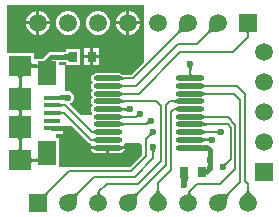
<source format=gtl>
G04*
G04 #@! TF.GenerationSoftware,Altium Limited,Altium Designer,22.4.2 (48)*
G04*
G04 Layer_Physical_Order=1*
G04 Layer_Color=255*
%FSLAX25Y25*%
%MOIN*%
G70*
G04*
G04 #@! TF.SameCoordinates,F7E3B1D8-2F66-413B-9CB6-F982D94F727F*
G04*
G04*
G04 #@! TF.FilePolarity,Positive*
G04*
G01*
G75*
%ADD12C,0.00787*%
%ADD13C,0.01000*%
%ADD14R,0.03150X0.03740*%
%ADD15O,0.09449X0.01772*%
%ADD16R,0.07480X0.07480*%
%ADD17R,0.05315X0.01575*%
%ADD18R,0.06299X0.08268*%
%ADD19R,0.07480X0.07087*%
%ADD29C,0.01968*%
%ADD30C,0.01575*%
%ADD31C,0.01181*%
%ADD32C,0.01496*%
%ADD33R,0.05906X0.05906*%
%ADD34C,0.05906*%
%ADD35R,0.05906X0.05906*%
%ADD36C,0.02362*%
G36*
X71781Y64449D02*
X71330Y64447D01*
X70526Y64401D01*
X70175Y64357D01*
X69857Y64299D01*
X69572Y64227D01*
X69321Y64141D01*
X69103Y64042D01*
X68918Y63929D01*
X68767Y63801D01*
X68211Y64358D01*
X68338Y64509D01*
X68451Y64693D01*
X68551Y64911D01*
X68637Y65162D01*
X68708Y65447D01*
X68766Y65765D01*
X68810Y66117D01*
X68856Y66920D01*
X68858Y67372D01*
X71781Y64449D01*
D02*
G37*
G36*
X61782D02*
X61330Y64447D01*
X60526Y64401D01*
X60175Y64357D01*
X59856Y64299D01*
X59572Y64227D01*
X59321Y64141D01*
X59103Y64042D01*
X58918Y63929D01*
X58767Y63801D01*
X58211Y64358D01*
X58338Y64509D01*
X58451Y64693D01*
X58551Y64911D01*
X58636Y65162D01*
X58708Y65447D01*
X58766Y65765D01*
X58810Y66117D01*
X58856Y66920D01*
X58858Y67372D01*
X61782Y64449D01*
D02*
G37*
G36*
X82524Y64453D02*
X82457Y64429D01*
X82398Y64390D01*
X82346Y64335D01*
X82303Y64264D01*
X82268Y64177D01*
X82240Y64075D01*
X82221Y63957D01*
X82209Y63823D01*
X82205Y63673D01*
X81417D01*
X81413Y63823D01*
X81402Y63957D01*
X81382Y64075D01*
X81354Y64177D01*
X81319Y64264D01*
X81276Y64335D01*
X81224Y64390D01*
X81165Y64429D01*
X81098Y64453D01*
X81024Y64461D01*
X82598D01*
X82524Y64453D01*
D02*
G37*
G36*
X22059Y54528D02*
X22043Y54677D01*
X21996Y54811D01*
X21917Y54929D01*
X21807Y55032D01*
X21666Y55118D01*
X21492Y55189D01*
X21288Y55244D01*
X21051Y55283D01*
X20784Y55307D01*
X20484Y55315D01*
Y56890D01*
X20784Y56898D01*
X21051Y56921D01*
X21288Y56961D01*
X21492Y57016D01*
X21666Y57087D01*
X21807Y57173D01*
X21917Y57276D01*
X21996Y57394D01*
X22043Y57528D01*
X22059Y57677D01*
Y54528D01*
D02*
G37*
G36*
X11626Y52150D02*
X11616Y52245D01*
X11586Y52330D01*
X11536Y52405D01*
X11466Y52470D01*
X11376Y52525D01*
X11266Y52570D01*
X11136Y52605D01*
X10986Y52630D01*
X10816Y52645D01*
X10630Y52649D01*
X10441Y52645D01*
X10269Y52630D01*
X10118Y52605D01*
X9986Y52570D01*
X9875Y52525D01*
X9784Y52470D01*
X9713Y52405D01*
X9662Y52330D01*
X9632Y52245D01*
X9622Y52150D01*
Y54150D01*
X9632Y54055D01*
X9662Y53970D01*
X9713Y53895D01*
X9784Y53830D01*
X9875Y53775D01*
X9986Y53730D01*
X10118Y53695D01*
X10269Y53670D01*
X10441Y53655D01*
X10630Y53650D01*
X10816Y53655D01*
X10986Y53670D01*
X11136Y53695D01*
X11266Y53730D01*
X11376Y53775D01*
X11466Y53830D01*
X11536Y53895D01*
X11586Y53970D01*
X11616Y54055D01*
X11626Y54150D01*
Y52150D01*
D02*
G37*
G36*
X47047Y73228D02*
Y54341D01*
X42903Y50197D01*
X39975D01*
X39531Y50494D01*
X38878Y50623D01*
X31201D01*
X30548Y50494D01*
X29994Y50124D01*
X29625Y49570D01*
X29495Y48917D01*
X29625Y48265D01*
X29994Y47711D01*
Y47565D01*
X29625Y47011D01*
X29495Y46358D01*
X29625Y45705D01*
X29994Y45152D01*
Y45006D01*
X29625Y44452D01*
X29495Y43799D01*
X29625Y43146D01*
X29994Y42593D01*
Y42447D01*
X29625Y41893D01*
X29495Y41240D01*
X29625Y40587D01*
X29994Y40034D01*
Y39887D01*
X29625Y39334D01*
X29495Y38681D01*
X29625Y38028D01*
X29784Y37789D01*
X29961Y37402D01*
X29784Y37014D01*
X29625Y36775D01*
X29593Y36614D01*
X26014D01*
X22530Y40098D01*
X22627Y40589D01*
X22897Y40701D01*
X23511Y41314D01*
X23843Y42116D01*
Y42983D01*
X23511Y43785D01*
X22897Y44399D01*
X22095Y44731D01*
X21228D01*
X21183Y44712D01*
X20768Y44990D01*
Y53150D01*
X20669Y53248D01*
X18701D01*
Y54497D01*
X20834D01*
X20950Y54487D01*
X21117Y54459D01*
X21235Y54427D01*
X21260Y54417D01*
Y53445D01*
X25984D01*
Y58760D01*
X21260D01*
Y57788D01*
X21235Y57778D01*
X21117Y57746D01*
X20950Y57718D01*
X20834Y57708D01*
X16240D01*
X16240Y57708D01*
X15626Y57586D01*
X15105Y57238D01*
X13825Y55958D01*
X13527Y55512D01*
X10827D01*
X10433Y55768D01*
Y57480D01*
X1378D01*
X1378Y57980D01*
Y73425D01*
X46850D01*
X47047Y73228D01*
D02*
G37*
G36*
X63343Y52712D02*
X63269Y52623D01*
X63204Y52532D01*
X63148Y52438D01*
X63100Y52341D01*
X63061Y52242D01*
X63031Y52140D01*
X63010Y52036D01*
X62997Y51929D01*
X62992Y51819D01*
X62205D01*
X62200Y51929D01*
X62187Y52036D01*
X62166Y52140D01*
X62135Y52242D01*
X62097Y52341D01*
X62049Y52438D01*
X61993Y52532D01*
X61928Y52623D01*
X61854Y52712D01*
X61772Y52798D01*
X63425D01*
X63343Y52712D01*
D02*
G37*
G36*
X62996Y50444D02*
X63008Y50308D01*
X63028Y50188D01*
X63055Y50084D01*
X63090Y49996D01*
X63134Y49924D01*
X63185Y49868D01*
X63244Y49828D01*
X63311Y49804D01*
X63386Y49796D01*
X61811D01*
X61886Y49804D01*
X61953Y49828D01*
X62012Y49868D01*
X62063Y49924D01*
X62106Y49996D01*
X62142Y50084D01*
X62169Y50188D01*
X62189Y50308D01*
X62201Y50444D01*
X62205Y50596D01*
X62992D01*
X62996Y50444D01*
D02*
G37*
G36*
X6810Y49620D02*
X6725Y49590D01*
X6650Y49539D01*
X6585Y49468D01*
X6531Y49377D01*
X6486Y49266D01*
X6451Y49134D01*
X6425Y48983D01*
X6410Y48811D01*
X6406Y48618D01*
X5406D01*
X5401Y48811D01*
X5385Y48983D01*
X5361Y49134D01*
X5325Y49266D01*
X5280Y49377D01*
X5226Y49468D01*
X5161Y49539D01*
X5085Y49590D01*
X5001Y49620D01*
X4905Y49630D01*
X6905D01*
X6810Y49620D01*
D02*
G37*
G36*
X39278Y49622D02*
X39313Y49557D01*
X39373Y49499D01*
X39456Y49449D01*
X39563Y49407D01*
X39693Y49372D01*
X39848Y49346D01*
X40026Y49326D01*
X40453Y49311D01*
Y48524D01*
X40228Y48520D01*
X39848Y48489D01*
X39693Y48462D01*
X39563Y48428D01*
X39456Y48386D01*
X39373Y48336D01*
X39313Y48278D01*
X39278Y48213D01*
X39266Y48140D01*
Y49695D01*
X39278Y49622D01*
D02*
G37*
G36*
X6410Y46662D02*
X6425Y46490D01*
X6451Y46338D01*
X6486Y46207D01*
X6531Y46095D01*
X6585Y46004D01*
X6650Y45933D01*
X6725Y45883D01*
X6810Y45852D01*
X6905Y45842D01*
X4905D01*
X5001Y45852D01*
X5085Y45883D01*
X5161Y45933D01*
X5226Y46004D01*
X5280Y46095D01*
X5325Y46207D01*
X5361Y46338D01*
X5385Y46490D01*
X5401Y46662D01*
X5406Y46854D01*
X6406D01*
X6410Y46662D01*
D02*
G37*
G36*
X66837Y47063D02*
X66872Y46997D01*
X66932Y46940D01*
X67015Y46890D01*
X67122Y46848D01*
X67252Y46813D01*
X67407Y46786D01*
X67585Y46767D01*
X68012Y46752D01*
Y45965D01*
X67787Y45961D01*
X67407Y45930D01*
X67252Y45903D01*
X67122Y45869D01*
X67015Y45826D01*
X66932Y45777D01*
X66872Y45719D01*
X66837Y45654D01*
X66825Y45581D01*
Y47136D01*
X66837Y47063D01*
D02*
G37*
G36*
X39278D02*
X39313Y46997D01*
X39373Y46940D01*
X39456Y46890D01*
X39563Y46848D01*
X39693Y46813D01*
X39848Y46786D01*
X40026Y46767D01*
X40453Y46752D01*
Y45965D01*
X40228Y45961D01*
X39848Y45930D01*
X39693Y45903D01*
X39563Y45869D01*
X39456Y45826D01*
X39373Y45777D01*
X39313Y45719D01*
X39278Y45654D01*
X39266Y45581D01*
Y47136D01*
X39278Y47063D01*
D02*
G37*
G36*
X20829Y41712D02*
X20807Y41726D01*
X20774Y41739D01*
X20727Y41750D01*
X20668Y41760D01*
X20513Y41775D01*
X20396Y41779D01*
X19181Y41744D01*
Y43295D01*
X19196Y43293D01*
X19241Y43291D01*
X20192Y43285D01*
X20645Y43312D01*
X20704Y43323D01*
X20751Y43336D01*
X20786Y43350D01*
X20808Y43366D01*
X20829Y41712D01*
D02*
G37*
G36*
X66837Y44504D02*
X66872Y44438D01*
X66932Y44381D01*
X67015Y44331D01*
X67122Y44289D01*
X67252Y44254D01*
X67407Y44227D01*
X67585Y44208D01*
X68012Y44193D01*
Y43406D01*
X67787Y43402D01*
X67407Y43371D01*
X67252Y43344D01*
X67122Y43310D01*
X67015Y43267D01*
X66932Y43218D01*
X66872Y43160D01*
X66837Y43095D01*
X66825Y43022D01*
Y44577D01*
X66837Y44504D01*
D02*
G37*
G36*
X39278D02*
X39313Y44438D01*
X39373Y44381D01*
X39456Y44331D01*
X39563Y44289D01*
X39693Y44254D01*
X39848Y44227D01*
X40026Y44208D01*
X40453Y44193D01*
Y43406D01*
X40228Y43402D01*
X39848Y43371D01*
X39693Y43344D01*
X39563Y43310D01*
X39456Y43267D01*
X39373Y43218D01*
X39313Y43160D01*
X39278Y43095D01*
X39266Y43022D01*
Y44577D01*
X39278Y44504D01*
D02*
G37*
G36*
X58372Y40463D02*
X58360Y40536D01*
X58325Y40601D01*
X58265Y40658D01*
X58182Y40708D01*
X58075Y40751D01*
X57945Y40785D01*
X57790Y40812D01*
X57612Y40831D01*
X57185Y40846D01*
Y41634D01*
X57410Y41638D01*
X57790Y41668D01*
X57945Y41695D01*
X58075Y41730D01*
X58182Y41772D01*
X58265Y41822D01*
X58325Y41879D01*
X58360Y41945D01*
X58372Y42018D01*
Y40463D01*
D02*
G37*
G36*
X39278Y41945D02*
X39313Y41879D01*
X39373Y41822D01*
X39456Y41772D01*
X39563Y41730D01*
X39693Y41695D01*
X39848Y41668D01*
X40026Y41649D01*
X40453Y41634D01*
Y40846D01*
X40228Y40843D01*
X39848Y40812D01*
X39693Y40785D01*
X39563Y40751D01*
X39456Y40708D01*
X39373Y40658D01*
X39313Y40601D01*
X39278Y40536D01*
X39266Y40463D01*
Y42018D01*
X39278Y41945D01*
D02*
G37*
G36*
X19189Y40663D02*
X19212Y40599D01*
X19252Y40541D01*
X19307Y40492D01*
X19378Y40450D01*
X19464Y40415D01*
X19567Y40389D01*
X19685Y40370D01*
X19819Y40358D01*
X19968Y40354D01*
Y39567D01*
X19819Y39563D01*
X19685Y39552D01*
X19567Y39533D01*
X19464Y39506D01*
X19378Y39472D01*
X19307Y39430D01*
X19252Y39380D01*
X19212Y39323D01*
X19189Y39258D01*
X19181Y39185D01*
Y40736D01*
X19189Y40663D01*
D02*
G37*
G36*
X58217Y38007D02*
X58207Y38060D01*
X58176Y38108D01*
X58124Y38150D01*
X58052Y38186D01*
X57959Y38217D01*
X57846Y38243D01*
X57711Y38262D01*
X57557Y38276D01*
X57185Y38287D01*
Y39075D01*
X57381Y39078D01*
X57711Y39100D01*
X57846Y39120D01*
X57959Y39145D01*
X58052Y39176D01*
X58124Y39212D01*
X58176Y39254D01*
X58207Y39302D01*
X58217Y39355D01*
Y38007D01*
D02*
G37*
G36*
X39362Y39325D02*
X39391Y39259D01*
X39445Y39202D01*
X39522Y39152D01*
X39623Y39110D01*
X39748Y39075D01*
X39898Y39048D01*
X40071Y39029D01*
X40490Y39014D01*
X40413Y38226D01*
X40285Y38223D01*
X40159Y38212D01*
X40035Y38193D01*
X39913Y38167D01*
X39793Y38134D01*
X39674Y38094D01*
X39558Y38046D01*
X39443Y37991D01*
X39330Y37928D01*
X39219Y37858D01*
X39357Y39397D01*
X39362Y39325D01*
D02*
G37*
G36*
X41524Y37777D02*
X41443Y37862D01*
X41359Y37939D01*
X41271Y38006D01*
X41181Y38065D01*
X41087Y38114D01*
X40989Y38155D01*
X40889Y38186D01*
X40785Y38208D01*
X40678Y38222D01*
X40567Y38226D01*
X40611Y39014D01*
X40720Y39018D01*
X40826Y39030D01*
X40931Y39051D01*
X41034Y39080D01*
X41135Y39117D01*
X41234Y39163D01*
X41331Y39217D01*
X41426Y39279D01*
X41519Y39349D01*
X41610Y39428D01*
X41524Y37777D01*
D02*
G37*
G36*
X19189Y38105D02*
X19212Y38040D01*
X19252Y37982D01*
X19307Y37933D01*
X19378Y37891D01*
X19464Y37856D01*
X19567Y37830D01*
X19685Y37811D01*
X19819Y37799D01*
X19968Y37795D01*
Y37008D01*
X19819Y37004D01*
X19685Y36993D01*
X19567Y36974D01*
X19464Y36947D01*
X19378Y36912D01*
X19307Y36871D01*
X19252Y36821D01*
X19212Y36764D01*
X19189Y36699D01*
X19181Y36626D01*
Y38177D01*
X19189Y38105D01*
D02*
G37*
G36*
X6810Y38400D02*
X6725Y38369D01*
X6650Y38319D01*
X6585Y38248D01*
X6531Y38157D01*
X6486Y38045D01*
X6451Y37914D01*
X6425Y37762D01*
X6410Y37590D01*
X6406Y37402D01*
X6410Y37213D01*
X6425Y37041D01*
X6451Y36889D01*
X6486Y36758D01*
X6531Y36646D01*
X6585Y36555D01*
X6650Y36484D01*
X6725Y36434D01*
X6810Y36403D01*
X6905Y36393D01*
X4905D01*
X5001Y36403D01*
X5085Y36434D01*
X5161Y36484D01*
X5226Y36555D01*
X5280Y36646D01*
X5325Y36758D01*
X5361Y36889D01*
X5385Y37041D01*
X5401Y37213D01*
X5405Y37402D01*
X5401Y37590D01*
X5385Y37762D01*
X5361Y37914D01*
X5325Y38045D01*
X5280Y38157D01*
X5226Y38248D01*
X5161Y38319D01*
X5085Y38369D01*
X5001Y38400D01*
X4905Y38410D01*
X6905D01*
X6810Y38400D01*
D02*
G37*
G36*
X66837Y36827D02*
X66872Y36761D01*
X66932Y36704D01*
X67015Y36654D01*
X67122Y36612D01*
X67252Y36577D01*
X67407Y36550D01*
X67585Y36531D01*
X68012Y36516D01*
Y35728D01*
X67787Y35724D01*
X67407Y35694D01*
X67252Y35667D01*
X67122Y35632D01*
X67015Y35590D01*
X66932Y35540D01*
X66872Y35483D01*
X66837Y35418D01*
X66825Y35345D01*
Y36900D01*
X66837Y36827D01*
D02*
G37*
G36*
X39278D02*
X39313Y36761D01*
X39373Y36704D01*
X39456Y36654D01*
X39563Y36612D01*
X39693Y36577D01*
X39848Y36550D01*
X40026Y36531D01*
X40453Y36516D01*
Y35728D01*
X40228Y35724D01*
X39848Y35694D01*
X39693Y35667D01*
X39563Y35632D01*
X39456Y35590D01*
X39373Y35540D01*
X39313Y35483D01*
X39278Y35418D01*
X39266Y35345D01*
Y36900D01*
X39278Y36827D01*
D02*
G37*
G36*
X49195Y33704D02*
X49087Y33728D01*
X48982Y33741D01*
X48880Y33743D01*
X48780Y33734D01*
X48683Y33713D01*
X48589Y33682D01*
X48498Y33639D01*
X48409Y33585D01*
X48323Y33520D01*
X48239Y33443D01*
X47840Y34158D01*
X47912Y34234D01*
X47979Y34315D01*
X48042Y34401D01*
X48101Y34491D01*
X48156Y34586D01*
X48206Y34686D01*
X48252Y34791D01*
X48330Y35014D01*
X48363Y35132D01*
X49195Y33704D01*
D02*
G37*
G36*
X66837Y34268D02*
X66872Y34202D01*
X66932Y34145D01*
X67015Y34095D01*
X67122Y34053D01*
X67252Y34018D01*
X67407Y33991D01*
X67585Y33972D01*
X68012Y33957D01*
Y33169D01*
X67787Y33165D01*
X67407Y33135D01*
X67252Y33108D01*
X67122Y33073D01*
X67015Y33031D01*
X66932Y32981D01*
X66872Y32924D01*
X66837Y32858D01*
X66825Y32786D01*
Y34340D01*
X66837Y34268D01*
D02*
G37*
G36*
X39278D02*
X39313Y34202D01*
X39373Y34145D01*
X39456Y34095D01*
X39563Y34053D01*
X39693Y34018D01*
X39848Y33991D01*
X40026Y33972D01*
X40453Y33957D01*
Y33169D01*
X40228Y33165D01*
X39848Y33135D01*
X39693Y33108D01*
X39563Y33073D01*
X39456Y33031D01*
X39373Y32981D01*
X39313Y32924D01*
X39278Y32858D01*
X39266Y32786D01*
Y34340D01*
X39278Y34268D01*
D02*
G37*
G36*
X66837Y31708D02*
X66872Y31643D01*
X66932Y31586D01*
X67015Y31536D01*
X67122Y31494D01*
X67252Y31459D01*
X67407Y31432D01*
X67585Y31413D01*
X68012Y31398D01*
Y30610D01*
X67787Y30606D01*
X67407Y30576D01*
X67252Y30549D01*
X67122Y30514D01*
X67015Y30472D01*
X66932Y30422D01*
X66872Y30365D01*
X66837Y30299D01*
X66825Y30226D01*
Y31781D01*
X66837Y31708D01*
D02*
G37*
G36*
X71991Y30177D02*
X71905Y30259D01*
X71816Y30333D01*
X71725Y30398D01*
X71631Y30454D01*
X71534Y30502D01*
X71435Y30541D01*
X71333Y30571D01*
X71229Y30593D01*
X71122Y30606D01*
X71012Y30610D01*
Y31398D01*
X71122Y31402D01*
X71229Y31415D01*
X71333Y31437D01*
X71435Y31467D01*
X71534Y31506D01*
X71631Y31554D01*
X71725Y31610D01*
X71816Y31675D01*
X71905Y31748D01*
X71991Y31831D01*
Y30177D01*
D02*
G37*
G36*
X50087Y29823D02*
X49968Y29820D01*
X49853Y29809D01*
X49742Y29791D01*
X49636Y29764D01*
X49534Y29730D01*
X49436Y29687D01*
X49343Y29636D01*
X49254Y29578D01*
X49169Y29511D01*
X49088Y29437D01*
X48531Y29994D01*
X48606Y30074D01*
X48672Y30159D01*
X48731Y30248D01*
X48781Y30342D01*
X48824Y30439D01*
X48859Y30541D01*
X48885Y30648D01*
X48904Y30758D01*
X48915Y30873D01*
X48917Y30992D01*
X50087Y29823D01*
D02*
G37*
G36*
X6810Y28951D02*
X6725Y28921D01*
X6650Y28870D01*
X6585Y28799D01*
X6531Y28708D01*
X6486Y28597D01*
X6451Y28465D01*
X6425Y28313D01*
X6410Y28141D01*
X6406Y27949D01*
X5406D01*
X5401Y28141D01*
X5385Y28313D01*
X5361Y28465D01*
X5325Y28597D01*
X5280Y28708D01*
X5226Y28799D01*
X5161Y28870D01*
X5085Y28921D01*
X5001Y28951D01*
X4905Y28961D01*
X6905D01*
X6810Y28951D01*
D02*
G37*
G36*
X66892Y29196D02*
X67008Y29131D01*
X67125Y29074D01*
X67243Y29025D01*
X67363Y28983D01*
X67484Y28949D01*
X67606Y28922D01*
X67729Y28903D01*
X67854Y28892D01*
X67979Y28888D01*
X68045Y28100D01*
X67822Y28097D01*
X67448Y28066D01*
X67297Y28039D01*
X67170Y28005D01*
X67068Y27962D01*
X66989Y27912D01*
X66935Y27855D01*
X66904Y27790D01*
X66898Y27717D01*
X66778Y29268D01*
X66892Y29196D01*
D02*
G37*
G36*
X69074Y27682D02*
X68983Y27762D01*
X68891Y27833D01*
X68797Y27895D01*
X68700Y27950D01*
X68602Y27996D01*
X68501Y28034D01*
X68399Y28063D01*
X68294Y28084D01*
X68187Y28096D01*
X68078Y28100D01*
X68044Y28888D01*
X68154Y28892D01*
X68261Y28906D01*
X68365Y28928D01*
X68466Y28959D01*
X68563Y28999D01*
X68658Y29048D01*
X68749Y29107D01*
X68837Y29173D01*
X68923Y29249D01*
X69005Y29334D01*
X69074Y27682D01*
D02*
G37*
G36*
X30813Y27667D02*
X30801Y27740D01*
X30766Y27806D01*
X30706Y27863D01*
X30623Y27913D01*
X30516Y27955D01*
X30386Y27990D01*
X30231Y28017D01*
X30053Y28036D01*
X29625Y28051D01*
Y28839D01*
X29851Y28842D01*
X30231Y28873D01*
X30386Y28900D01*
X30516Y28934D01*
X30623Y28977D01*
X30706Y29027D01*
X30766Y29084D01*
X30801Y29149D01*
X30813Y29222D01*
Y27667D01*
D02*
G37*
G36*
X6410Y25993D02*
X6425Y25820D01*
X6451Y25669D01*
X6486Y25537D01*
X6531Y25426D01*
X6585Y25335D01*
X6650Y25264D01*
X6725Y25213D01*
X6810Y25183D01*
X6905Y25173D01*
X4905D01*
X5001Y25183D01*
X5085Y25213D01*
X5161Y25264D01*
X5226Y25335D01*
X5280Y25426D01*
X5325Y25537D01*
X5361Y25669D01*
X5385Y25820D01*
X5401Y25993D01*
X5406Y26185D01*
X6406D01*
X6410Y25993D01*
D02*
G37*
G36*
X66804Y26702D02*
X66860Y26696D01*
X67064Y26686D01*
X68405Y26673D01*
Y25098D01*
X66778Y25063D01*
Y26709D01*
X66804Y26702D01*
D02*
G37*
G36*
X50941Y25055D02*
X50868Y24966D01*
X50803Y24874D01*
X50747Y24780D01*
X50699Y24684D01*
X50660Y24585D01*
X50630Y24483D01*
X50608Y24379D01*
X50595Y24272D01*
X50591Y24162D01*
X49803D01*
X49799Y24272D01*
X49786Y24379D01*
X49764Y24483D01*
X49734Y24585D01*
X49695Y24684D01*
X49647Y24780D01*
X49591Y24874D01*
X49526Y24966D01*
X49452Y25055D01*
X49370Y25141D01*
X51024D01*
X50941Y25055D01*
D02*
G37*
G36*
X70020Y22595D02*
X68366D01*
X68374Y22610D01*
X68380Y22638D01*
X68386Y22679D01*
X68396Y22801D01*
X68405Y23206D01*
X68405Y23341D01*
X69980D01*
X70020Y22595D01*
D02*
G37*
G36*
X11626Y20653D02*
X11616Y20749D01*
X11586Y20833D01*
X11536Y20909D01*
X11466Y20974D01*
X11376Y21028D01*
X11266Y21073D01*
X11136Y21109D01*
X10986Y21134D01*
X10816Y21148D01*
X10630Y21153D01*
X10441Y21148D01*
X10269Y21134D01*
X10118Y21109D01*
X9986Y21073D01*
X9875Y21028D01*
X9784Y20974D01*
X9713Y20909D01*
X9662Y20833D01*
X9632Y20749D01*
X9622Y20653D01*
Y22654D01*
X9632Y22558D01*
X9662Y22474D01*
X9713Y22399D01*
X9784Y22333D01*
X9875Y22278D01*
X9986Y22233D01*
X10118Y22198D01*
X10269Y22174D01*
X10441Y22159D01*
X10630Y22154D01*
X10816Y22159D01*
X10986Y22174D01*
X11136Y22198D01*
X11266Y22233D01*
X11376Y22278D01*
X11466Y22333D01*
X11536Y22399D01*
X11586Y22474D01*
X11616Y22558D01*
X11626Y22654D01*
Y20653D01*
D02*
G37*
G36*
X70012Y20894D02*
X70006Y20866D01*
X70000Y20825D01*
X69990Y20703D01*
X69981Y20298D01*
X69980Y20163D01*
X68405D01*
X68366Y20909D01*
X70020D01*
X70012Y20894D01*
D02*
G37*
G36*
X28479Y27593D02*
X28479Y27593D01*
X28870Y27332D01*
X29248Y27257D01*
X29403Y27031D01*
X29504Y26741D01*
X29424Y26622D01*
X29377Y26386D01*
X35039D01*
X40701D01*
X40654Y26622D01*
X40494Y26862D01*
X40761Y27362D01*
X45965D01*
X46532Y26795D01*
Y23432D01*
X42588Y19488D01*
X18701D01*
Y29134D01*
X17717D01*
Y30496D01*
X20193D01*
Y31784D01*
X16535D01*
Y32783D01*
X20193D01*
Y33169D01*
X22903D01*
X28479Y27593D01*
D02*
G37*
G36*
X74894Y20301D02*
X74819Y20221D01*
X74753Y20136D01*
X74694Y20047D01*
X74644Y19954D01*
X74601Y19856D01*
X74567Y19754D01*
X74540Y19648D01*
X74521Y19537D01*
X74511Y19422D01*
X74508Y19303D01*
X73339Y20472D01*
X73458Y20475D01*
X73573Y20486D01*
X73683Y20505D01*
X73789Y20531D01*
X73891Y20566D01*
X73989Y20608D01*
X74082Y20659D01*
X74172Y20717D01*
X74256Y20784D01*
X74337Y20858D01*
X74894Y20301D01*
D02*
G37*
G36*
X68104Y19567D02*
X68120Y19483D01*
X68147Y19422D01*
X68184Y19383D01*
X68233Y19367D01*
X68292Y19373D01*
X68362Y19402D01*
X68442Y19453D01*
X68534Y19527D01*
X68636Y19623D01*
X69750Y18510D01*
X69436Y18187D01*
X68693Y17309D01*
X68511Y17046D01*
X68362Y16798D01*
X68247Y16565D01*
X68164Y16348D01*
X68115Y16145D01*
X68098Y15957D01*
Y19673D01*
X68104Y19567D01*
D02*
G37*
G36*
X62083Y15937D02*
X61984Y15878D01*
X61898Y15780D01*
X61822Y15642D01*
X61759Y15465D01*
X61707Y15248D01*
X61666Y14992D01*
X61637Y14697D01*
X61614Y13988D01*
X59646D01*
X59640Y14362D01*
X59594Y14992D01*
X59553Y15248D01*
X59501Y15465D01*
X59437Y15642D01*
X59362Y15780D01*
X59275Y15878D01*
X59177Y15937D01*
X59067Y15957D01*
X62193D01*
X62083Y15937D01*
D02*
G37*
G36*
X15308Y10618D02*
X15139Y10443D01*
X14875Y10136D01*
X14781Y10003D01*
X14712Y9885D01*
X14667Y9781D01*
X14648Y9690D01*
X14654Y9614D01*
X14684Y9552D01*
X14740Y9504D01*
X13363Y10330D01*
X13438Y10302D01*
X13527Y10299D01*
X13631Y10321D01*
X13749Y10368D01*
X13881Y10440D01*
X14027Y10537D01*
X14188Y10660D01*
X14551Y10980D01*
X14755Y11178D01*
X15308Y10618D01*
D02*
G37*
G36*
X75557Y10236D02*
X75438Y10095D01*
X75327Y9916D01*
X75225Y9702D01*
X75132Y9451D01*
X75047Y9163D01*
X74972Y8839D01*
X74846Y8083D01*
X74756Y7181D01*
X72091Y10341D01*
X72524Y10308D01*
X73299Y10296D01*
X73641Y10318D01*
X73952Y10359D01*
X74232Y10419D01*
X74482Y10496D01*
X74701Y10593D01*
X74890Y10707D01*
X75048Y10841D01*
X75557Y10236D01*
D02*
G37*
G36*
X32339Y10934D02*
X32352Y10806D01*
X32374Y10689D01*
X32405Y10583D01*
X32445Y10489D01*
X32494Y10407D01*
X32551Y10336D01*
X32618Y10276D01*
X32693Y10228D01*
X32777Y10192D01*
X31093Y10266D01*
X31179Y10294D01*
X31256Y10334D01*
X31324Y10386D01*
X31383Y10450D01*
X31433Y10525D01*
X31474Y10611D01*
X31506Y10710D01*
X31528Y10819D01*
X31542Y10941D01*
X31547Y11074D01*
X32334D01*
X32339Y10934D01*
D02*
G37*
G36*
X62653Y10921D02*
X62667Y10779D01*
X62690Y10648D01*
X62722Y10529D01*
X62763Y10422D01*
X62813Y10325D01*
X62872Y10241D01*
X62940Y10168D01*
X63018Y10106D01*
X63104Y10056D01*
X61366Y10321D01*
X61460Y10342D01*
X61545Y10375D01*
X61619Y10420D01*
X61683Y10477D01*
X61738Y10547D01*
X61782Y10628D01*
X61817Y10722D01*
X61842Y10827D01*
X61857Y10945D01*
X61862Y11074D01*
X62649D01*
X62653Y10921D01*
D02*
G37*
G36*
X82222Y11903D02*
X82272Y11692D01*
X82355Y11468D01*
X82472Y11230D01*
X82623Y10978D01*
X82807Y10712D01*
X83025Y10432D01*
X83560Y9831D01*
X83878Y9510D01*
X79744D01*
X80062Y9831D01*
X80597Y10432D01*
X80815Y10712D01*
X80999Y10978D01*
X81150Y11230D01*
X81267Y11468D01*
X81350Y11692D01*
X81401Y11903D01*
X81417Y12100D01*
X82205D01*
X82222Y11903D01*
D02*
G37*
G36*
X52222D02*
X52272Y11692D01*
X52355Y11468D01*
X52472Y11230D01*
X52623Y10978D01*
X52807Y10712D01*
X53025Y10432D01*
X53560Y9831D01*
X53878Y9510D01*
X49744D01*
X50062Y9831D01*
X50597Y10432D01*
X50815Y10712D01*
X50999Y10978D01*
X51150Y11230D01*
X51267Y11468D01*
X51350Y11692D01*
X51401Y11903D01*
X51417Y12100D01*
X52205D01*
X52222Y11903D01*
D02*
G37*
G36*
X45411Y10445D02*
X45284Y10294D01*
X45171Y10110D01*
X45071Y9892D01*
X44986Y9641D01*
X44914Y9356D01*
X44856Y9038D01*
X44812Y8686D01*
X44766Y7883D01*
X44764Y7431D01*
X41841Y10354D01*
X42292Y10356D01*
X43096Y10403D01*
X43447Y10447D01*
X43766Y10504D01*
X44050Y10576D01*
X44302Y10662D01*
X44519Y10761D01*
X44704Y10875D01*
X44855Y11002D01*
X45411Y10445D01*
D02*
G37*
G36*
X25411D02*
X25284Y10294D01*
X25171Y10110D01*
X25071Y9892D01*
X24986Y9641D01*
X24914Y9356D01*
X24856Y9038D01*
X24812Y8686D01*
X24766Y7883D01*
X24764Y7431D01*
X21840Y10354D01*
X22292Y10356D01*
X23096Y10403D01*
X23447Y10447D01*
X23765Y10504D01*
X24050Y10576D01*
X24302Y10662D01*
X24519Y10761D01*
X24704Y10875D01*
X24855Y11002D01*
X25411Y10445D01*
D02*
G37*
%LPC*%
G36*
X42331Y71354D02*
X42311D01*
Y67902D01*
X45764D01*
Y67922D01*
X45494Y68927D01*
X44974Y69829D01*
X44238Y70565D01*
X43337Y71085D01*
X42331Y71354D01*
D02*
G37*
G36*
X12331D02*
X12311D01*
Y67902D01*
X15764D01*
Y67922D01*
X15494Y68927D01*
X14974Y69829D01*
X14238Y70565D01*
X13337Y71085D01*
X12331Y71354D01*
D02*
G37*
G36*
X41311D02*
X41291D01*
X40285Y71085D01*
X39384Y70565D01*
X38648Y69829D01*
X38128Y68927D01*
X37858Y67922D01*
Y67902D01*
X41311D01*
Y71354D01*
D02*
G37*
G36*
X11311D02*
X11291D01*
X10285Y71085D01*
X9384Y70565D01*
X8648Y69829D01*
X8128Y68927D01*
X7858Y67922D01*
Y67902D01*
X11311D01*
Y71354D01*
D02*
G37*
G36*
X45764Y66902D02*
X42311D01*
Y63449D01*
X42331D01*
X43337Y63718D01*
X44238Y64239D01*
X44974Y64974D01*
X45494Y65876D01*
X45764Y66881D01*
Y66902D01*
D02*
G37*
G36*
X41311D02*
X37858D01*
Y66881D01*
X38128Y65876D01*
X38648Y64974D01*
X39384Y64239D01*
X40285Y63718D01*
X41291Y63449D01*
X41311D01*
Y66902D01*
D02*
G37*
G36*
X32331Y71354D02*
X31291D01*
X30285Y71085D01*
X29384Y70565D01*
X28648Y69829D01*
X28128Y68927D01*
X27858Y67922D01*
Y66881D01*
X28128Y65876D01*
X28648Y64974D01*
X29384Y64239D01*
X30285Y63718D01*
X31291Y63449D01*
X32331D01*
X33337Y63718D01*
X34238Y64239D01*
X34974Y64974D01*
X35494Y65876D01*
X35764Y66881D01*
Y67922D01*
X35494Y68927D01*
X34974Y69829D01*
X34238Y70565D01*
X33337Y71085D01*
X32331Y71354D01*
D02*
G37*
G36*
X22331D02*
X21291D01*
X20285Y71085D01*
X19384Y70565D01*
X18648Y69829D01*
X18128Y68927D01*
X17858Y67922D01*
Y66881D01*
X18128Y65876D01*
X18648Y64974D01*
X19384Y64239D01*
X20285Y63718D01*
X21291Y63449D01*
X22331D01*
X23337Y63718D01*
X24238Y64239D01*
X24974Y64974D01*
X25494Y65876D01*
X25764Y66881D01*
Y67922D01*
X25494Y68927D01*
X24974Y69829D01*
X24238Y70565D01*
X23337Y71085D01*
X22331Y71354D01*
D02*
G37*
G36*
X15764Y66902D02*
X12311D01*
Y63449D01*
X12331D01*
X13337Y63718D01*
X14238Y64239D01*
X14974Y64974D01*
X15494Y65876D01*
X15764Y66881D01*
Y66902D01*
D02*
G37*
G36*
X11311D02*
X7858D01*
Y66881D01*
X8128Y65876D01*
X8648Y64974D01*
X9384Y64239D01*
X10285Y63718D01*
X11291Y63449D01*
X11311D01*
Y66902D01*
D02*
G37*
G36*
X32299Y58972D02*
X30224D01*
Y56602D01*
X32299D01*
Y58972D01*
D02*
G37*
G36*
X29224D02*
X27150D01*
Y56602D01*
X29224D01*
Y58972D01*
D02*
G37*
G36*
X32299Y55602D02*
X30224D01*
Y53232D01*
X32299D01*
Y55602D01*
D02*
G37*
G36*
X29224D02*
X27150D01*
Y53232D01*
X29224D01*
Y55602D01*
D02*
G37*
G36*
X40701Y25386D02*
X35539D01*
Y23963D01*
X38878D01*
X39614Y24109D01*
X40238Y24526D01*
X40654Y25150D01*
X40701Y25386D01*
D02*
G37*
G36*
X34539D02*
X29377D01*
X29424Y25150D01*
X29841Y24526D01*
X30465Y24109D01*
X31201Y23963D01*
X34539D01*
Y25386D01*
D02*
G37*
%LPD*%
D12*
X76083Y22047D02*
Y32480D01*
X75000Y33563D02*
X76083Y32480D01*
X62598Y33563D02*
X75000D01*
X77658Y18701D02*
Y33465D01*
X62598Y36122D02*
X75000D01*
X77658Y33465D01*
X73327Y19291D02*
X76083Y22047D01*
X72638Y13681D02*
X77658Y18701D01*
X77067Y43799D02*
X79134Y41732D01*
X72146Y7382D02*
X79134Y14370D01*
Y41732D01*
X62598Y31004D02*
X72835D01*
X62598Y31004D02*
X62598Y31004D01*
X62598Y46358D02*
X78051D01*
X80807Y43602D01*
X47802Y33563D02*
X49082Y34843D01*
X49508D01*
X35039Y33563D02*
X47802D01*
X47736Y28642D02*
X50098Y31004D01*
X47736Y22933D02*
Y28642D01*
X42815Y18012D02*
X47736Y22933D01*
X43996Y16142D02*
X50197Y22343D01*
Y25984D01*
X35039Y41240D02*
X51083D01*
X52756Y39567D01*
Y21555D02*
Y39567D01*
X45079Y13878D02*
X52756Y21555D01*
X54528Y40059D02*
X55709Y41240D01*
X41811Y7402D02*
X54528Y20118D01*
Y40059D01*
X56201Y37697D02*
X57185Y38681D01*
X56201Y18504D02*
Y37697D01*
X55709Y41240D02*
X62598D01*
X51811Y14114D02*
X56201Y18504D01*
X51811Y7402D02*
Y14114D01*
X57185Y38681D02*
X62598D01*
X69833Y28494D02*
X69882Y28543D01*
X62598Y28445D02*
X62648Y28494D01*
X69833D01*
X34744Y13878D02*
X45079D01*
X31940Y11074D02*
X34744Y13878D01*
X44554Y36122D02*
X45342Y36909D01*
X45768D01*
X35039Y36122D02*
X44554D01*
X35100Y38620D02*
X42348D01*
X35039Y38681D02*
X35100Y38620D01*
X42348D02*
X42409Y38559D01*
X59153Y57579D02*
X76772D01*
X45374Y43799D02*
X59153Y57579D01*
X62598Y48917D02*
Y53642D01*
X35039Y43799D02*
X45374D01*
X64744Y60335D02*
X71811Y67402D01*
X58465Y60335D02*
X64744D01*
X44488Y46358D02*
X58465Y60335D01*
X35039Y46358D02*
X44488D01*
X38976Y48917D02*
X43327D01*
X61811Y67402D01*
X22146Y18012D02*
X42815D01*
X14370Y10236D02*
X22146Y18012D01*
X21811Y7402D02*
X30551Y16142D01*
X43996D01*
X31940Y7531D02*
Y11074D01*
X81811Y7402D02*
Y13563D01*
X80807Y14567D02*
X81811Y13563D01*
X80807Y14567D02*
Y43602D01*
X14370Y9961D02*
Y10236D01*
X11811Y7402D02*
X14370Y9961D01*
X64862Y13681D02*
X72638D01*
X62255Y9766D02*
Y11074D01*
X62205Y9744D02*
X62234D01*
X62255Y9766D01*
Y11074D02*
X64862Y13681D01*
X61811Y9350D02*
X62205Y9744D01*
X61811Y7402D02*
Y9350D01*
X66535Y43799D02*
X77067D01*
X20965Y39961D02*
X29921Y31004D01*
X16535Y39961D02*
X20965D01*
X20374Y37402D02*
X29331Y28445D01*
X35039D01*
X16535Y37402D02*
X20374D01*
X29921Y31004D02*
X35039D01*
X76772Y57579D02*
X81811Y62618D01*
Y67402D01*
D13*
X14764Y50591D02*
X14961Y50787D01*
X12205Y53150D02*
X14764Y50591D01*
X5906Y53150D02*
X12205D01*
X5906Y42126D02*
Y53150D01*
Y32677D02*
Y42126D01*
Y21654D02*
Y32677D01*
X12205Y21654D02*
X14764Y24213D01*
X5906Y21654D02*
X12205D01*
X14764Y24213D02*
X16535Y22441D01*
D14*
X66535Y17815D02*
D03*
X60630D02*
D03*
X23622Y56102D02*
D03*
X29724D02*
D03*
D15*
X35039Y48917D02*
D03*
Y46358D02*
D03*
Y43799D02*
D03*
Y41240D02*
D03*
Y38681D02*
D03*
Y36122D02*
D03*
Y33563D02*
D03*
Y31004D02*
D03*
Y28445D02*
D03*
Y25886D02*
D03*
X62598Y48917D02*
D03*
Y46358D02*
D03*
Y43799D02*
D03*
Y41240D02*
D03*
Y38681D02*
D03*
Y36122D02*
D03*
Y33563D02*
D03*
Y31004D02*
D03*
Y28445D02*
D03*
Y25886D02*
D03*
D16*
X5906Y32677D02*
D03*
Y42126D02*
D03*
D17*
X16535Y42520D02*
D03*
Y37402D02*
D03*
Y34843D02*
D03*
Y32283D02*
D03*
Y39961D02*
D03*
D18*
X14764Y50591D02*
D03*
Y24213D02*
D03*
D19*
X5906Y53150D02*
D03*
Y21654D02*
D03*
D29*
X60630Y13484D02*
Y17815D01*
X66535D02*
X66634Y17913D01*
D30*
X69193Y21752D02*
Y25098D01*
Y19067D02*
Y21752D01*
X66634Y17913D02*
X68040D01*
X69193Y19067D01*
X68405Y25886D02*
X68797Y25495D01*
X62598Y25886D02*
X68405D01*
X21260Y32283D02*
X21358Y32185D01*
X16535Y32283D02*
X21260D01*
X14961Y50787D02*
Y54823D01*
X16240Y56102D01*
X23622D01*
D31*
X68797Y25495D02*
X69193Y25098D01*
D32*
X21647Y42535D02*
X21662Y42549D01*
X17436Y42535D02*
X21647D01*
D33*
X11811Y7402D02*
D03*
X81811Y67402D02*
D03*
D34*
X21811Y7402D02*
D03*
X31811D02*
D03*
X41811D02*
D03*
X51811D02*
D03*
X61811D02*
D03*
X71811D02*
D03*
X81811D02*
D03*
X87087Y27559D02*
D03*
Y37559D02*
D03*
Y47559D02*
D03*
Y57559D02*
D03*
X11811Y67402D02*
D03*
X21811D02*
D03*
X31811D02*
D03*
X41811D02*
D03*
X51811D02*
D03*
X61811D02*
D03*
X71811D02*
D03*
D35*
X87087Y17559D02*
D03*
D36*
X60630Y13484D02*
D03*
X69193Y21752D02*
D03*
X44488Y23130D02*
D03*
X34620Y20742D02*
D03*
X72835Y31004D02*
D03*
X49508Y34843D02*
D03*
X21949Y20768D02*
D03*
X50098Y31004D02*
D03*
X50197Y25984D02*
D03*
X69882Y28543D02*
D03*
X62598Y53642D02*
D03*
X28346Y37894D02*
D03*
X36614Y71653D02*
D03*
X20669Y28839D02*
D03*
X4035Y70472D02*
D03*
X25197Y51378D02*
D03*
X6004Y61417D02*
D03*
X30118Y60827D02*
D03*
X44390Y55512D02*
D03*
X45768Y36909D02*
D03*
X42409Y38559D02*
D03*
X73327Y19291D02*
D03*
X21662Y42549D02*
D03*
M02*

</source>
